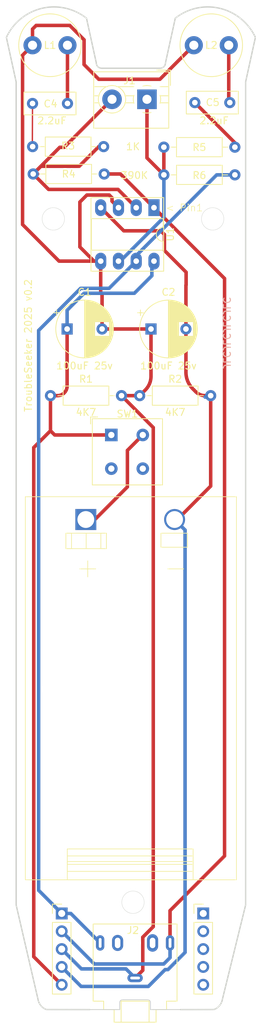
<source format=kicad_pcb>
(kicad_pcb (version 20240108) (generator "pcbnew") (generator_version "8.0")
  (layers (0 "F.Cu" signal) (31 "B.Cu" signal) (34 "B.Paste" user) (35 "F.Paste" user) (36 "B.SilkS" user "B.Silkscreen") (37 "F.SilkS" user "F.Silkscreen") (38 "B.Mask" user) (39 "F.Mask" user) (44 "Edge.Cuts" user))
  (net 0 "")
  (net 1 "Net-(BT1-+)")
  (net 2 "Net-(C4-Pad1)")
  (net 3 "Net-(C4-Pad2)")
  (net 4 "Net-(C5-Pad2)")
  (net 5 "Net-(C5-Pad1)")
  (net 8 "VGND2")
  (net 9 "AUDIO_R")
  (net 10 "AUDIO_L")
  (net 11 "Net-(J1-Pin_1)")
  (net 12 "Net-(J1-Pin_2)")
  (net 18 "-4.5V")
  (net 19 "4.5V")
  (footprint "Connector_PinHeader_2.54mm:PinHeader_1x05_P2.54mm_Vertical" (layer "F.Cu") (at 153.45 167.4)
    (property "Reference" "j_breakout2" (hide yes))
    (property "Value" "Conn_01x01_Socket")
    (pad "1" thru_hole rect (at 0 0) (size 1.7 1.7) (drill 1) (layers "*.Cu" "*.Mask"))
    (pad "2" thru_hole oval (at 0 2.54) (size 1.7 1.7) (drill 1) (layers "*.Cu" "*.Mask"))
    (pad "3" thru_hole oval (at 0 5.08) (size 1.7 1.7) (drill 1) (layers "*.Cu" "*.Mask"))
    (pad "4" thru_hole oval (at 0 7.62) (size 1.7 1.7) (drill 1) (layers "*.Cu" "*.Mask"))
    (pad "5" thru_hole oval (at 0 10.16) (size 1.7 1.7) (drill 1) (layers "*.Cu" "*.Mask"))
  )
  (footprint "Connector_PinHeader_2.54mm:PinHeader_1x05_P2.54mm_Vertical" (layer "F.Cu") (at 133.2 167.4)
    (property "Reference" "j_breakout1" (hide yes))
    (property "Value" "Conn_01x01_Socket")
    (pad "1" thru_hole rect (at 0 0) (size 1.7 1.7) (drill 1) (layers "*.Cu" "*.Mask") (net 9 "AUDIO_R"))
    (pad "2" thru_hole oval (at 0 2.54) (size 1.7 1.7) (drill 1) (layers "*.Cu" "*.Mask") (net 10 "AUDIO_L"))
    (pad "3" thru_hole oval (at 0 5.08) (size 1.7 1.7) (drill 1) (layers "*.Cu" "*.Mask") (net 8 "VGND2"))
    (pad "4" thru_hole oval (at 0 7.62) (size 1.7 1.7) (drill 1) (layers "*.Cu" "*.Mask") (net 18 "-4.5V"))
    (pad "5" thru_hole oval (at 0 10.16) (size 1.7 1.7) (drill 1) (layers "*.Cu" "*.Mask") (net 19 "4.5V"))
  )
  (footprint "Inductor_THT:L_Radial_D8.7mm_P5.00mm_Fastron_07HCP" (layer "F.Cu") (at 157.1 43.65 180)
    (property "Reference" "L2" (at 2.5 0 360) (layer "F.SilkS"))
    (property "Value" "10-22mH")
    (pad "1" thru_hole circle (at 0 0 180) (size 2.6 2.6) (drill 1.3) (layers "*.Cu" "*.Mask") (net 4 "Net-(C5-Pad2)"))
    (pad "2" thru_hole circle (at 5 0 180) (size 2.6 2.6) (drill 1.3) (layers "*.Cu" "*.Mask") (net 8 "VGND2"))
  )
  (footprint "Resistor_THT:R_Axial_DIN0207_L6.3mm_D2.5mm_P10.16mm_Horizontal" (layer "F.Cu") (at 129.12 62)
    (property "Reference" "R4" (at 5.08 0 0) (layer "F.SilkS"))
    (property "Value" "390K")
    (pad "1" thru_hole circle (at 0 0) (size 1.6 1.6) (drill 0.8) (layers "*.Cu" "*.Mask") (net 12 "Net-(J1-Pin_2)"))
    (pad "2" thru_hole oval (at 10.16 0) (size 1.6 1.6) (drill 0.8) (layers "*.Cu" "*.Mask") (net 10 "AUDIO_L"))
  )
  (footprint "Resistor_THT:R_Axial_DIN0207_L6.3mm_D2.5mm_P10.16mm_Horizontal" (layer "F.Cu") (at 131.594749 93.594749)
    (property "Reference" "R1" (at 5.08 -2.37 0) (layer "F.SilkS"))
    (property "Value" "4K7" (at 5.08 2.37 0) (layer "F.SilkS"))
    (pad "1" thru_hole circle (at 0 0) (size 1.6 1.6) (drill 0.8) (layers "*.Cu" "*.Mask") (net 19 "4.5V"))
    (pad "2" thru_hole oval (at 10.16 0) (size 1.6 1.6) (drill 0.8) (layers "*.Cu" "*.Mask") (net 8 "VGND2"))
  )
  (footprint "Resistor_THT:R_Axial_DIN0207_L6.3mm_D2.5mm_P10.16mm_Horizontal" (layer "F.Cu") (at 147.82 62.125)
    (property "Reference" "R6" (at 5.08 0.075 0) (layer "F.SilkS"))
    (property "Value" "390K" (at -4.22 0.075 0) (layer "F.SilkS"))
    (pad "1" thru_hole circle (at 0 0) (size 1.6 1.6) (drill 0.8) (layers "*.Cu" "*.Mask") (net 11 "Net-(J1-Pin_1)"))
    (pad "2" thru_hole oval (at 10.16 0) (size 1.6 1.6) (drill 0.8) (layers "*.Cu" "*.Mask") (net 9 "AUDIO_R"))
  )
  (footprint "Resistor_THT:R_Axial_DIN0207_L6.3mm_D2.5mm_P10.16mm_Horizontal" (layer "F.Cu") (at 147.815 58.175)
    (property "Reference" "R5" (at 5.08 0.025 0) (layer "F.SilkS"))
    (property "Value" "1K" (at -4.415 -0.075 0) (layer "F.SilkS"))
    (pad "1" thru_hole circle (at 0 0) (size 1.6 1.6) (drill 0.8) (layers "*.Cu" "*.Mask") (net 11 "Net-(J1-Pin_1)"))
    (pad "2" thru_hole oval (at 10.16 0) (size 1.6 1.6) (drill 0.8) (layers "*.Cu" "*.Mask") (net 5 "Net-(C5-Pad1)"))
  )
  (footprint "Capacitor_THT:C_Rect_L7.2mm_W3.0mm_P5.00mm_FKS2_FKP2_MKS2_MKP2" (layer "F.Cu") (at 152.25 51.825)
    (property "Reference" "C5" (at 2.55 -0.025 360) (layer "F.SilkS"))
    (property "Value" "2.2uF" (at 2.75 2.575 0) (layer "F.SilkS"))
    (pad "1" thru_hole circle (at 0 0) (size 1.6 1.6) (drill 0.8) (layers "*.Cu" "*.Mask") (net 5 "Net-(C5-Pad1)"))
    (pad "2" thru_hole circle (at 5 0) (size 1.6 1.6) (drill 0.8) (layers "*.Cu" "*.Mask") (net 4 "Net-(C5-Pad2)"))
  )
  (footprint "Button_Switch_THT:SW_Push_2P1T_Toggle_CK_PVA1xxH1xxxxxxV2" (layer "F.Cu") (at 140.1 98.4)
    (property "Reference" "SW1" (at 2.5 -2.2 0) (layer "F.SilkS"))
    (property "Value" "SW_DPST_x2")
    (pad "1" thru_hole rect (at 0.2 0.8) (size 1.8 1.8) (drill 0.9) (layers "*.Cu" "*.Mask") (net 19 "4.5V"))
    (pad "2" thru_hole circle (at 4.7 0.8) (size 1.8 1.8) (drill 0.9) (layers "*.Cu" "*.Mask") (net 1 "Net-(BT1-+)"))
    (pad "3" thru_hole circle (at 0.2 5.6) (size 1.8 1.8) (drill 0.9) (layers "*.Cu" "*.Mask"))
    (pad "4" thru_hole circle (at 4.7 5.6) (size 1.8 1.8) (drill 0.9) (layers "*.Cu" "*.Mask"))
  )
  (footprint "TerminalBlock:TerminalBlock_MaiXu_MX126-5.0-02P_1x02_P5.00mm" (layer "F.Cu") (at 145.4 51.355 180)
    (property "Reference" "J1" (at 2.5 2.655 360) (layer "F.SilkS"))
    (property "Value" "Screw_Terminal_01x02")
    (pad "1" thru_hole rect (at 0 0 180) (size 2.8 2.8) (drill 1.3) (layers "*.Cu" "*.Mask") (net 11 "Net-(J1-Pin_1)"))
    (pad "2" thru_hole circle (at 5 0 180) (size 2.8 2.8) (drill 1.3) (layers "*.Cu" "*.Mask") (net 12 "Net-(J1-Pin_2)"))
  )
  (footprint "Resistor_THT:R_Axial_DIN0207_L6.3mm_D2.5mm_P10.16mm_Horizontal" (layer "F.Cu") (at 144.354749 93.594749)
    (property "Reference" "R2" (at 5.08 -2.37 0) (layer "F.SilkS"))
    (property "Value" "4K7" (at 5.08 2.37 0) (layer "F.SilkS"))
    (pad "1" thru_hole circle (at 0 0) (size 1.6 1.6) (drill 0.8) (layers "*.Cu" "*.Mask") (net 8 "VGND2"))
    (pad "2" thru_hole oval (at 10.16 0) (size 1.6 1.6) (drill 0.8) (layers "*.Cu" "*.Mask") (net 18 "-4.5V"))
  )
  (footprint "Resistor_THT:R_Axial_DIN0207_L6.3mm_D2.5mm_P10.16mm_Horizontal" (layer "F.Cu") (at 139.2 58.1 180)
    (property "Reference" "R3" (at 5.08 0.1 360) (layer "F.SilkS"))
    (property "Value" "1K")
    (pad "1" thru_hole circle (at 0 0 180) (size 1.6 1.6) (drill 0.8) (layers "*.Cu" "*.Mask") (net 12 "Net-(J1-Pin_2)"))
    (pad "2" thru_hole oval (at 10.16 0 180) (size 1.6 1.6) (drill 0.8) (layers "*.Cu" "*.Mask") (net 2 "Net-(C4-Pad1)"))
  )
  (footprint "Capacitor_THT:C_Rect_L7.2mm_W3.0mm_P5.00mm_FKS2_FKP2_MKS2_MKP2" (layer "F.Cu") (at 129.025 51.95)
    (property "Reference" "C4" (at 2.575 0.05 360) (layer "F.SilkS"))
    (property "Value" "2.2uF" (at 2.775 2.45 0) (layer "F.SilkS"))
    (pad "1" thru_hole circle (at 0 0) (size 1.6 1.6) (drill 0.8) (layers "*.Cu" "*.Mask") (net 2 "Net-(C4-Pad1)"))
    (pad "2" thru_hole circle (at 5 0) (size 1.6 1.6) (drill 0.8) (layers "*.Cu" "*.Mask") (net 3 "Net-(C4-Pad2)"))
  )
  (footprint "Capacitor_THT:CP_Radial_D8.0mm_P5.00mm" (layer "F.Cu") (at 145.974749 84.094749)
    (property "Reference" "C2" (at 2.5 -5.25 0) (layer "F.SilkS"))
    (property "Value" "100uF 25v" (at 2.5 5.25 0) (layer "F.SilkS"))
    (pad "1" thru_hole rect (at 0 0) (size 1.6 1.6) (drill 0.8) (layers "*.Cu" "*.Mask") (net 8 "VGND2"))
    (pad "2" thru_hole circle (at 5 0) (size 1.6 1.6) (drill 0.8) (layers "*.Cu" "*.Mask") (net 18 "-4.5V"))
  )
  (footprint "Capacitor_THT:CP_Radial_D8.0mm_P5.00mm" (layer "F.Cu") (at 133.974749 84.094749)
    (property "Reference" "C1" (at 2.5 -5.25 0) (layer "F.SilkS"))
    (property "Value" "100uF 25v" (at 2.5 5.25 0) (layer "F.SilkS"))
    (pad "1" thru_hole rect (at 0 0) (size 1.6 1.6) (drill 0.8) (layers "*.Cu" "*.Mask") (net 19 "4.5V"))
    (pad "2" thru_hole circle (at 5 0) (size 1.6 1.6) (drill 0.8) (layers "*.Cu" "*.Mask") (net 8 "VGND2"))
  )
  (footprint "Inductor_THT:L_Radial_D8.7mm_P5.00mm_Fastron_07HCP" (layer "F.Cu") (at 134.025 43.65 180)
    (property "Reference" "L1" (at 2.5 0 180) (layer "F.SilkS"))
    (property "Value" "10-22mH")
    (pad "1" thru_hole circle (at 0 0 180) (size 2.6 2.6) (drill 1.3) (layers "*.Cu" "*.Mask") (net 3 "Net-(C4-Pad2)"))
    (pad "2" thru_hole circle (at 5 0 180) (size 2.6 2.6) (drill 1.3) (layers "*.Cu" "*.Mask") (net 8 "VGND2"))
  )
  (footprint "Package_DIP:DIP-8_W7.62mm_Socket_LongPads" (layer "F.Cu") (at 146.4 66.8 -90)
    (property "Reference" "U1" (at 3.81 -2.33 90) (layer "F.SilkS"))
    (property "Value" "TL072")
    (pad "1" thru_hole rect (at 0 0 270) (size 2.4 1.6) (drill 0.8) (layers "*.Cu" "*.Mask") (net 10 "AUDIO_L"))
    (pad "2" thru_hole oval (at 0 2.54 270) (size 2.4 1.6) (drill 0.8) (layers "*.Cu" "*.Mask") (net 12 "Net-(J1-Pin_2)"))
    (pad "3" thru_hole oval (at 0 5.08 270) (size 2.4 1.6) (drill 0.8) (layers "*.Cu" "*.Mask") (net 8 "VGND2"))
    (pad "4" thru_hole oval (at 0 7.62 270) (size 2.4 1.6) (drill 0.8) (layers "*.Cu" "*.Mask") (net 18 "-4.5V"))
    (pad "5" thru_hole oval (at 7.62 7.62 270) (size 2.4 1.6) (drill 0.8) (layers "*.Cu" "*.Mask") (net 8 "VGND2"))
    (pad "6" thru_hole oval (at 7.62 5.08 270) (size 2.4 1.6) (drill 0.8) (layers "*.Cu" "*.Mask") (net 11 "Net-(J1-Pin_1)"))
    (pad "7" thru_hole oval (at 7.62 2.54 270) (size 2.4 1.6) (drill 0.8) (layers "*.Cu" "*.Mask") (net 9 "AUDIO_R"))
    (pad "8" thru_hole oval (at 7.62 0 270) (size 2.4 1.6) (drill 0.8) (layers "*.Cu" "*.Mask") (net 19 "4.5V"))
  )
  (footprint "Connector_Audio:Jack_3.5mm_CUI_SJ1-3525N_Horizontal" (layer "F.Cu") (at 143.7 176.6)
    (property "Reference" "J2" (at -0.3 -6.8 0) (layer "F.SilkS"))
    (property "Value" "AudioJack2")
    (fp_line (start -2.2 3.5) (end -2.2 4.5) (stroke (width 0.12)) (layer "Edge.Cuts"))
    (fp_line (start -2.2 4.5) (end -6.5 4.5) (stroke (width 0.12)) (layer "Edge.Cuts"))
    (fp_line (start 1.8 3.1) (end -1.8 3.1) (stroke (width 0.12)) (layer "Edge.Cuts"))
    (fp_line (start 2.2 3.5) (end 2.2 4.5) (stroke (width 0.12)) (layer "Edge.Cuts"))
    (fp_line (start 2.2 4.5) (end 6.5 4.5) (stroke (width 0.12)) (layer "Edge.Cuts"))
    (fp_arc (start -2.2 3.5) (mid -2.082842 3.217158) (end -1.8 3.1) (stroke (width 0.12)) (layer "Edge.Cuts"))
    (fp_arc (start 1.8 3.1) (mid 2.082843 3.217157) (end 2.2 3.5) (stroke (width 0.12)) (layer "Edge.Cuts"))
    (pad "" np_thru_hole circle (at -5 0) (size 1.2 1.2) (drill 1.2) (layers "F&B.Cu" "*.Mask"))
    (pad "" np_thru_hole circle (at -5 2.5) (size 1.2 1.2) (drill 1.2) (layers "F&B.Cu" "*.Mask"))
    (pad "" np_thru_hole circle (at 0 -5) (size 1.2 1.2) (drill 1.2) (layers "F&B.Cu" "*.Mask"))
    (pad "" np_thru_hole circle (at 5 0) (size 1.2 1.2) (drill 1.2) (layers "F&B.Cu" "*.Mask"))
    (pad "" np_thru_hole circle (at 5 2.5) (size 1.2 1.2) (drill 1.2) (layers "F&B.Cu" "*.Mask"))
    (pad "R" thru_hole oval (at -5 -5) (size 1.2 2.2) (drill oval 0.4 1.4) (layers "*.Cu" "*.Mask") (net 9 "AUDIO_R"))
    (pad "RN" thru_hole oval (at -2.5 -5) (size 1.6 2.3) (drill oval 0.8 1.5) (layers "*.Cu" "*.Mask"))
    (pad "S" thru_hole oval (at 0 0) (size 2.2 1.2) (drill oval 1.4 0.4) (layers "*.Cu" "*.Mask") (net 8 "VGND2"))
    (pad "T" thru_hole oval (at 5 -5 180) (size 1.2 2.2) (drill oval 0.4 1.4) (layers "*.Cu" "*.Mask") (net 10 "AUDIO_L"))
    (pad "TN" thru_hole oval (at 2.5 -5 180) (size 1.6 2.5) (drill oval 0.8 1.5) (layers "*.Cu" "*.Mask"))
  )
  (footprint "Battery:BatteryHolder_Eagle_12BH611-GR" (layer "B.Cu") (at 136.65 111.25 90)
    (property "Reference" "BT1" (hide yes))
    (property "Value" "Battery 9V")
    (pad "" np_thru_hole circle (at -38.9 17.45 90) (size 2.6 2.6) (drill 2.6) (layers "*.Cu" "*.Mask"))
    (pad "" np_thru_hole circle (at -24.15 -4.75 90) (size 2.6 2.6) (drill 2.6) (layers "*.Cu" "*.Mask"))
    (pad "" np_thru_hole circle (at -10.9 17.45 90) (size 2.6 2.6) (drill 2.6) (layers "*.Cu" "*.Mask"))
    (pad "1" thru_hole rect (at 0 0 90) (size 3 3) (drill 2.4) (layers "*.Cu" "*.Mask") (net 1 "Net-(BT1-+)"))
    (pad "2" thru_hole circle (at 0 12.7 90) (size 3 3) (drill 2.4) (layers "*.Cu" "*.Mask") (net 18 "-4.5V"))
  )
  (gr_line (start 129 58) (end 129.025 51.95) (stroke (width 0.2)) (layer "F.Cu") (net 2))
  (gr_rect (start 138.8 113.2) (end 139.6 115.4) (stroke (width 0.1)) (fill none) (layer "F.SilkS"))
  (gr_rect (start 134 159.2) (end 152 161.4) (stroke (width 0.1)) (fill none) (layer "F.SilkS"))
  (gr_rect (start 147.4 113.2) (end 151.2 115.2) (stroke (width 0.1)) (fill none) (layer "F.SilkS"))
  (gr_rect (start 134 158.2) (end 152 162.6) (stroke (width 0.1)) (fill none) (layer "F.SilkS"))
  (gr_rect (start 134 160) (end 152 160.4) (stroke (width 0.1)) (fill none) (layer "F.SilkS"))
  (gr_rect (start 133.8 113.2) (end 139.6 115.4) (stroke (width 0.1)) (fill none) (layer "F.SilkS"))
  (gr_rect (start 133.8 113.2) (end 134.6 115.4) (stroke (width 0.1)) (fill none) (layer "F.SilkS"))
  (gr_rect (start 128 108) (end 158.2 162.6) (stroke (width 0.1)) (fill none) (layer "F.SilkS"))
  (gr_rect (start 136.7 113.2) (end 136.7 115.4) (stroke (width 0.1)) (fill none) (layer "F.SilkS"))
  (gr_circle (center 154.8 68.4) (end 156.4 68.4) (stroke (width 0.05)) (fill none) (layer "Edge.Cuts"))
  (gr_arc (start 125.283815 42.533727) (mid 130.353347 38.392791) (end 136.746097 39.800001) (stroke (width 0.2)) (layer "Edge.Cuts"))
  (gr_line (start 159.512282 166.2001) (end 156.2 179.6) (stroke (width 0.2)) (layer "Edge.Cuts"))
  (gr_line (start 149.450001 39.800001) (end 148.05 46.15) (stroke (width 0.2)) (layer "Edge.Cuts"))
  (gr_line (start 136.746097 39.800001) (end 138.146098 46.15) (stroke (width 0.2)) (layer "Edge.Cuts"))
  (gr_circle (center 143.4 165.8) (end 145 165.8) (stroke (width 0.05)) (fill none) (layer "Edge.Cuts"))
  (gr_arc (start 131.002822 181.092746) (mid 130.202199 180.506893) (end 129.800001 179.6) (stroke (width 0.2)) (layer "Edge.Cuts"))
  (gr_line (start 125.283815 42.533727) (end 126.683816 48.883726) (stroke (width 0.2)) (layer "Edge.Cuts"))
  (gr_line (start 159.512282 127.683869) (end 159.512282 166.2001) (stroke (width 0.2)) (layer "Edge.Cuts"))
  (gr_line (start 160.912283 42.533727) (end 159.512282 48.883726) (stroke (width 0.2)) (layer "Edge.Cuts"))
  (gr_line (start 147.196148 46.928703) (end 138.99995 46.928703) (stroke (width 0.2)) (layer "Edge.Cuts"))
  (gr_arc (start 156.2 179.6) (mid 155.797801 180.506893) (end 154.997179 181.092746) (stroke (width 0.2)) (layer "Edge.Cuts"))
  (gr_line (start 126.683816 166.2001) (end 129.800001 179.6) (stroke (width 0.2)) (layer "Edge.Cuts"))
  (gr_line (start 126.683816 127.683869) (end 126.683816 166.2001) (stroke (width 0.2)) (layer "Edge.Cuts"))
  (gr_line (start 159.512282 127.683869) (end 159.512282 48.883726) (stroke (width 0.2)) (layer "Edge.Cuts"))
  (gr_line (start 150.2 181.1) (end 154.997179 181.092746) (stroke (width 0.2)) (layer "Edge.Cuts"))
  (gr_arc (start 138.99995 46.928703) (mid 138.401156 46.727806) (end 138.146098 46.15) (stroke (width 0.2)) (layer "Edge.Cuts"))
  (gr_line (start 126.683816 127.683869) (end 126.683816 48.883726) (stroke (width 0.2)) (layer "Edge.Cuts"))
  (gr_arc (start 148.05 46.15) (mid 147.794942 46.727806) (end 147.196148 46.928703) (stroke (width 0.2)) (layer "Edge.Cuts"))
  (gr_arc (start 149.450001 39.800001) (mid 155.842751 38.392791) (end 160.912283 42.533727) (stroke (width 0.2)) (layer "Edge.Cuts"))
  (gr_line (start 137.2 181.1) (end 131.002822 181.092746) (stroke (width 0.2)) (layer "Edge.Cuts"))
  (gr_circle (center 132 68.4) (end 133.6 68.4) (stroke (width 0.05)) (fill none) (layer "Edge.Cuts"))
  (gr_text "JLCJLCJLCJLC" (at 156.2085 89.896 -90) (layer "B.SilkS") (effects (font (size 1 1)) (justify left bottom mirror)))
  (gr_text "TroubleSeeker 2025 v0.2" (at 129 96 90) (layer "F.SilkS") (effects (font (size 1 1)) (justify left bottom)))
  (gr_text "+" (at 135 119.8 0) (layer "F.SilkS") (effects (font (size 3 3) (thickness 0.1)) (justify left bottom)))
  (gr_text "< Pin1" (at 148 67.4 0) (layer "F.SilkS") (effects (font (size 1 1) (thickness 0.1)) (justify left bottom)))
  (gr_text "-" (at 147.6 119.8 0) (layer "F.SilkS") (effects (font (size 3 3) (thickness 0.1)) (justify left bottom)))
  (segment (start 142.6 106.6) (end 142.6 101.4) (width 0.5) (layer "F.Cu") (net 1))
  (segment (start 137.95 111.25) (end 142.6 106.6) (width 0.5) (layer "F.Cu") (net 1))
  (segment (start 142.6 101.4) (end 144.8 99.2) (width 0.5) (layer "F.Cu") (net 1))
  (segment (start 136.65 111.25) (end 137.95 111.25) (width 0.2) (layer "F.Cu") (net 1))
  (segment (start 134.025 43.65) (end 134.025 51.95) (width 0.5) (layer "F.Cu") (net 3))
  (segment (start 157.1 43.65) (end 157.1 51.675) (width 0.5) (layer "F.Cu") (net 4))
  (segment (start 157.1 51.675) (end 157.25 51.825) (width 0.5) (layer "F.Cu") (net 4))
  (segment (start 152.25 51.825) (end 157.975 57.55) (width 0.5) (layer "F.Cu") (net 5))
  (segment (start 157.975 57.55) (end 157.975 58.175) (width 0.5) (layer "F.Cu") (net 5))
  (segment (start 129.025 43.65) (end 129.025 41.35) (width 0.5) (layer "F.Cu") (net 8))
  (segment (start 134.35 40.825) (end 136.4 42.875) (width 0.5) (layer "F.Cu") (net 8))
  (segment (start 146.3 169.282233) (end 144.8 170.782233) (width 0.5) (layer "F.Cu") (net 8))
  (segment (start 141.754749 93.594749) (end 146.3 98.14) (width 0.5) (layer "F.Cu") (net 8))
  (segment (start 129.55 40.825) (end 134.35 40.825) (width 0.5) (layer "F.Cu") (net 8))
  (segment (start 127.6 45.075) (end 127.6 69.2) (width 0.5) (layer "F.Cu") (net 8))
  (segment (start 144.8 170.782233) (end 144.8 175.5) (width 0.5) (layer "F.Cu") (net 8))
  (segment (start 144.8 175.5) (end 143.7 176.6) (width 0.5) (layer "F.Cu") (net 8))
  (segment (start 127.6 69.2) (end 132.82 74.42) (width 0.5) (layer "F.Cu") (net 8))
  (segment (start 137.82 74.42) (end 135.8 72.4) (width 0.5) (layer "F.Cu") (net 8))
  (segment (start 135.8 66) (end 136.8 65) (width 0.5) (layer "F.Cu") (net 8))
  (segment (start 140.4 65.4) (end 140.4 65.88) (width 0.5) (layer "F.Cu") (net 8))
  (segment (start 144.354749 93.594749) (end 145.164749 92.784749) (width 0.5) (layer "F.Cu") (net 8))
  (segment (start 132.82 74.42) (end 138.78 74.42) (width 0.5) (layer "F.Cu") (net 8))
  (segment (start 135.8 72.4) (end 135.8 66) (width 0.5) (layer "F.Cu") (net 8))
  (segment (start 136.4 42.875) (end 136.4 46.4) (width 0.5) (layer "F.Cu") (net 8))
  (segment (start 144.354749 93.594749) (end 141.754749 93.594749) (width 0.5) (layer "F.Cu") (net 8))
  (segment (start 138.5 48.5) (end 147.25 48.5) (width 0.5) (layer "F.Cu") (net 8))
  (segment (start 136.4 46.4) (end 138.5 48.5) (width 0.5) (layer "F.Cu") (net 8))
  (segment (start 129.025 43.65) (end 127.6 45.075) (width 0.5) (layer "F.Cu") (net 8))
  (segment (start 140.4 65.88) (end 141.32 66.8) (width 0.5) (layer "F.Cu") (net 8))
  (segment (start 138.78 74.42) (end 137.82 74.42) (width 0.5) (layer "F.Cu") (net 8))
  (segment (start 138.78 78.979827) (end 138.78 74.42) (width 0.5) (layer "F.Cu") (net 8))
  (segment (start 138.974749 79.174576) (end 138.974749 84.094749) (width 0.5) (layer "F.Cu") (net 8))
  (segment (start 129.025 41.35) (end 129.55 40.825) (width 0.5) (layer "F.Cu") (net 8))
  (segment (start 147.25 48.5) (end 152.1 43.65) (width 0.5) (layer "F.Cu") (net 8))
  (segment (start 136.8 65) (end 140 65) (width 0.5) (layer "F.Cu") (net 8))
  (segment (start 145.974749 84.094749) (end 138.974749 84.094749) (width 0.5) (layer "F.Cu") (net 8))
  (segment (start 138.974749 79.174576) (end 138.78 78.979827) (width 0.5) (layer "F.Cu") (net 8))
  (segment (start 140 65) (end 140.4 65.4) (width 0.5) (layer "F.Cu") (net 8))
  (segment (start 145.974749 84.094749) (end 145.974749 90.829236) (width 0.5) (layer "F.Cu") (net 8))
  (segment (start 146.3 98.14) (end 146.3 169.282233) (width 0.5) (layer "F.Cu") (net 8))
  (arc (start 145.974749 90.829236) (mid 145.764236 91.887552) (end 145.164749 92.784749) (width 0.5) (layer "F.Cu") (net 8))
  (segment (start 142.4 175.3) (end 143.7 176.6) (width 0.5) (layer "B.Cu") (net 8))
  (segment (start 133.2 172.48) (end 136.02 175.3) (width 0.5) (layer "B.Cu") (net 8))
  (segment (start 136.02 175.3) (end 142.4 175.3) (width 0.5) (layer "B.Cu") (net 8))
  (segment (start 155.375 62.125) (end 143.86 73.64) (width 0.5) (layer "B.Cu") (net 9))
  (segment (start 143.86 74.42) (end 139.98 78.3) (width 0.5) (layer "B.Cu") (net 9))
  (segment (start 143.86 73.64) (end 143.86 74.42) (width 0.5) (layer "B.Cu") (net 9))
  (segment (start 129.9 164.1) (end 133.2 167.4) (width 0.5) (layer "B.Cu") (net 9))
  (segment (start 133.2 167.4) (end 134.5 167.4) (width 0.5) (layer "B.Cu") (net 9))
  (segment (start 139.98 78.3) (end 135.9 78.3) (width 0.5) (layer "B.Cu") (net 9))
  (segment (start 129.9 84.3) (end 129.9 164.1) (width 0.5) (layer "B.Cu") (net 9))
  (segment (start 157.98 62.125) (end 155.375 62.125) (width 0.5) (layer "B.Cu") (net 9))
  (segment (start 135.9 78.3) (end 129.9 84.3) (width 0.5) (layer "B.Cu") (net 9))
  (segment (start 134.5 167.4) (end 138.7 171.6) (width 0.5) (layer "B.Cu") (net 9))
  (segment (start 141.6 62) (end 146.4 66.8) (width 0.5) (layer "F.Cu") (net 10))
  (segment (start 146.4 66.8) (end 156.5 76.9) (width 0.5) (layer "F.Cu") (net 10))
  (segment (start 148.7 167) (end 148.7 171.6) (width 0.5) (layer "F.Cu") (net 10))
  (segment (start 139.28 62) (end 141.6 62) (width 0.5) (layer "F.Cu") (net 10))
  (segment (start 156.5 76.9) (end 156.5 159.2) (width 0.5) (layer "F.Cu") (net 10))
  (segment (start 156.5 159.2) (end 148.7 167) (width 0.5) (layer "F.Cu") (net 10))
  (segment (start 147.8 174.6) (end 148.7 173.7) (width 0.5) (layer "B.Cu") (net 10))
  (segment (start 137.86 174.6) (end 147.8 174.6) (width 0.5) (layer "B.Cu") (net 10))
  (segment (start 148.7 173.7) (end 148.7 171.6) (width 0.5) (layer "B.Cu") (net 10))
  (segment (start 133.2 169.94) (end 137.86 174.6) (width 0.5) (layer "B.Cu") (net 10))
  (segment (start 147.815 62.12) (end 147.82 62.125) (width 0.5) (layer "F.Cu") (net 11))
  (segment (start 147.815 58.175) (end 147.815 62.12) (width 0.5) (layer "F.Cu") (net 11))
  (segment (start 145.4 59.705) (end 145.4 51.355) (width 0.5) (layer "F.Cu") (net 11))
  (segment (start 147.82 62.125) (end 145.4 59.705) (width 0.5) (layer "F.Cu") (net 11))
  (segment (start 147.82 62.125) (end 147.82 68.18) (width 0.5) (layer "B.Cu") (net 11))
  (segment (start 141.58 74.42) (end 141.32 74.42) (width 0.5) (layer "B.Cu") (net 11))
  (segment (start 147.82 68.18) (end 141.58 74.42) (width 0.5) (layer "B.Cu") (net 11))
  (segment (start 135.7 60.9) (end 130.22 60.9) (width 0.5) (layer "F.Cu") (net 12))
  (segment (start 133.555 58.2) (end 132.92 58.2) (width 0.5) (layer "F.Cu") (net 12))
  (segment (start 140.4 51.355) (end 133.555 58.2) (width 0.5) (layer "F.Cu") (net 12))
  (segment (start 130.22 60.9) (end 129.12 62) (width 0.5) (layer "F.Cu") (net 12))
  (segment (start 129.12 62) (end 131.32 64.2) (width 0.5) (layer "F.Cu") (net 12))
  (segment (start 139.2 58.1) (end 138.5 58.1) (width 0.5) (layer "F.Cu") (net 12))
  (segment (start 129.755 62) (end 129.12 62) (width 0.5) (layer "F.Cu") (net 12))
  (segment (start 131.32 64.2) (end 141.26 64.2) (width 0.5) (layer "F.Cu") (net 12))
  (segment (start 138.5 58.1) (end 135.7 60.9) (width 0.5) (layer "F.Cu") (net 12))
  (segment (start 132.92 58.2) (end 129.12 62) (width 0.5) (layer "F.Cu") (net 12))
  (segment (start 141.26 64.2) (end 143.86 66.8) (width 0.5) (layer "F.Cu") (net 12))
  (segment (start 150.974749 84.094749) (end 150.974749 77.848712) (width 0.5) (layer "F.Cu") (net 18))
  (segment (start 147.9 72.9) (end 147.9 70.627208) (width 0.5) (layer "F.Cu") (net 18))
  (segment (start 142.08 70.1) (end 138.78 66.8) (width 0.5) (layer "F.Cu") (net 18))
  (segment (start 151.954559 92.614939) (end 152.37562 93.036) (width 0.5) (layer "F.Cu") (net 18))
  (segment (start 154.514749 106.485251) (end 154.514749 93.594749) (width 0.5) (layer "F.Cu") (net 18))
  (segment (start 151 76) (end 147.9 72.9) (width 0.5) (layer "F.Cu") (net 18))
  (segment (start 150.974749 77.848712) (end 151 77.823461) (width 0.5) (layer "F.Cu") (net 18))
  (segment (start 150.974749 90.249468) (end 150.974749 84.094749) (width 0.5) (layer "F.Cu") (net 18))
  (segment (start 149.35 111.65) (end 154.514749 106.485251) (width 0.5) (layer "F.Cu") (net 18))
  (segment (start 147.372792 70.1) (end 142.08 70.1) (width 0.5) (layer "F.Cu") (net 18))
  (segment (start 147.9 70.627208) (end 147.372792 70.1) (width 0.5) (layer "F.Cu") (net 18))
  (segment (start 153.724559 93.594749) (end 154.514749 93.594749) (width 0.5) (layer "F.Cu") (net 18))
  (segment (start 151 77.823461) (end 151 76) (width 0.5) (layer "F.Cu") (net 18))
  (arc (start 150.974749 90.249468) (mid 151.229393 91.529651) (end 151.954559 92.614939) (width 0.5) (layer "F.Cu") (net 18))
  (arc (start 152.37562 93.036) (mid 152.994518 93.449534) (end 153.724559 93.594749) (width 0.5) (layer "F.Cu") (net 18))
  (segment (start 149.35 111.25) (end 150.85 112.75) (width 0.5) (layer "B.Cu") (net 18))
  (segment (start 148 175.4) (end 145.6 177.8) (width 0.5) (layer "B.Cu") (net 18))
  (segment (start 150.85 172.95) (end 148.4 175.4) (width 0.5) (layer "B.Cu") (net 18))
  (segment (start 145.6 177.8) (end 135.98 177.8) (width 0.5) (layer "B.Cu") (net 18))
  (segment (start 150.85 112.75) (end 150.85 172.95) (width 0.5) (layer "B.Cu") (net 18))
  (segment (start 135.98 177.8) (end 133.2 175.02) (width 0.5) (layer "B.Cu") (net 18))
  (segment (start 148.4 175.4) (end 148 175.4) (width 0.5) (layer "B.Cu") (net 18))
  (segment (start 154.219749 93.594749) (end 154.514749 93.594749) (width 0.5) (layer "B.Cu") (net 18))
  (arc (start 153.716152 93.803345) (mid 153.947204 93.648961) (end 154.219749 93.594749) (width 0.5) (layer "B.Cu") (net 18))
  (segment (start 131.594749 98.594749) (end 131.594749 93.594749) (width 0.5) (layer "F.Cu") (net 19))
  (segment (start 132.2 99.2) (end 140.3 99.2) (width 0.5) (layer "F.Cu") (net 19))
  (segment (start 131.594749 98.594749) (end 132.2 99.2) (width 0.5) (layer "F.Cu") (net 19))
  (segment (start 129.2 173.56) (end 129.2 100.989498) (width 0.5) (layer "F.Cu") (net 19))
  (segment (start 132.591992 93.594749) (end 131.594749 93.594749) (width 0.5) (layer "F.Cu") (net 19))
  (segment (start 129.2 100.989498) (end 131.594749 98.594749) (width 0.5) (layer "F.Cu") (net 19))
  (segment (start 133.974749 92.211992) (end 133.974749 84.094749) (width 0.5) (layer "F.Cu") (net 19))
  (segment (start 133.2 177.56) (end 129.2 173.56) (width 0.5) (layer "F.Cu") (net 19))
  (arc (start 133.569749 93.189749) (mid 133.869492 92.74115) (end 133.974749 92.211992) (width 0.5) (layer "F.Cu") (net 19))
  (arc (start 133.569749 93.189749) (mid 133.12115 93.489492) (end 132.591992 93.594749) (width 0.5) (layer "F.Cu") (net 19))
  (segment (start 143.6 79) (end 146.1 76.5) (width 0.5) (layer "B.Cu") (net 19))
  (segment (start 133.974749 81.425251) (end 136.4 79) (width 0.5) (layer "B.Cu") (net 19))
  (segment (start 133.974749 84.094749) (end 133.974749 81.425251) (width 0.5) (layer "B.Cu") (net 19))
  (segment (start 136.4 79) (end 143.6 79) (width 0.5) (layer "B.Cu") (net 19))
  (segment (start 146.1 76.5) (end 146.1 74.42) (width 0.5) (layer "B.Cu") (net 19))
)
</source>
